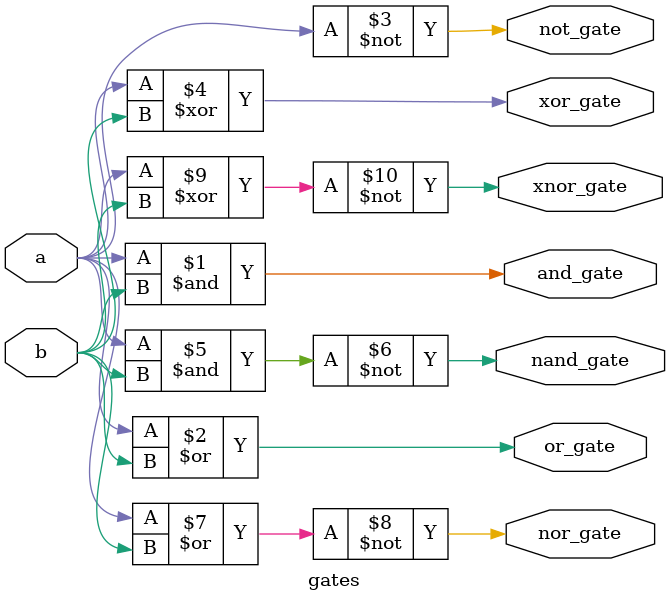
<source format=v>
module gates(input a, b,
             output and_gate,
             output or_gate,
             output not_gate,
             output xor_gate,
             output nand_gate,
             output nor_gate,
             output xnor_gate);

// Dataflow method
assign and_gate = a & b;
assign or_gate = a | b;
assign not_gate = ~a;
assign xor_gate = a ^ b;
assign nand_gate = ~(a & b);
assign nor_gate = ~(a | b);
assign xnor_gate = ~(a ^ b);

/* Gate-level method
and (and_gate, a, b);
or (or_gate, a, b);
not (not_gate, a);
xor (xor_gate, a, b);
nand (nand_gate, a, b);
nor (nor_gate, a, b);
xnor (xnor_gate, a, b);
*/
endmodule


</source>
